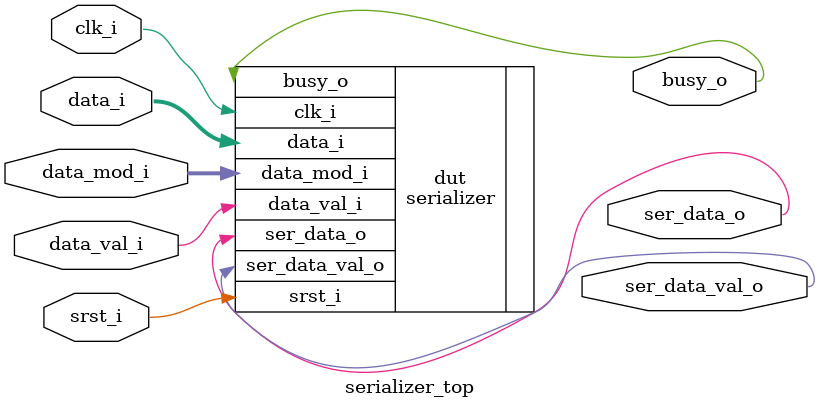
<source format=sv>
module serializer_top(
  input logic         clk_i,           // Clock signal
  input logic         srst_i,          // Syncronous reset
	
  input logic [15:0]  data_i,          // Input data
  input logic [3:0]   data_mod_i,      // Quantity of valid bit
  input logic         data_val_i,      // Confirmation of input
  
  output logic        ser_data_o,      // Serialized data
  output logic        ser_data_val_o,  // Confirmation of output
  output logic        busy_o           // Module is busy
);

logic            srst;

logic [15:0]     data;
logic [3:0]      data_mod;
logic            data_val;

logic            ser_data;
logic            ser_data_val;
logic            busy;

always_ff @( posedge clk_i )
  begin
    srst     <= srst_i;
    data     <= data_i;
    data_mod <= data_mod_i;
    data_val <= data_val_i;
  end

serializer dut (
  .clk_i               ( clk_i             ),
  .srst_i              ( srst_i             ),
 
  .data_i              ( data_i            ),
  .data_mod_i          ( data_mod_i        ),
  .data_val_i          ( data_val_i        ),

  .ser_data_o          ( ser_data_o        ),
  .ser_data_val_o      ( ser_data_val_o    ),
  .busy_o              ( busy_o            )
);

always_ff @( posedge clk_i )
  begin
    ser_data     <= ser_data_o;
    ser_data_val <= ser_data_val_o;
    busy         <= busy_o;
  end

endmodule

</source>
